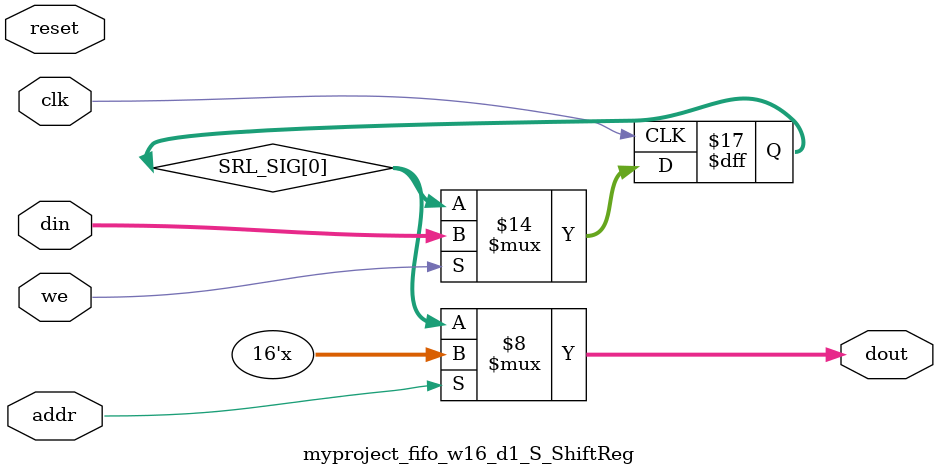
<source format=v>

`timescale 1 ns / 1 ps


module myproject_fifo_w16_d1_S
#(parameter
    MEM_STYLE   = "shiftReg",
    DATA_WIDTH  = 16,
    ADDR_WIDTH  = 1,
    DEPTH       = 1)
(
    // system signal
    input  wire                  clk,
    input  wire                  reset,

    // write
    output wire                  if_full_n,
    input  wire                  if_write_ce,
    input  wire                  if_write,
    input  wire [DATA_WIDTH-1:0] if_din,
    
    // read 
    output wire [ADDR_WIDTH:0]   if_num_data_valid, // for FRP
    output wire [ADDR_WIDTH:0]   if_fifo_cap,       // for FRP
    output wire                  if_empty_n,
    input  wire                  if_read_ce,
    input  wire                  if_read,
    output wire [DATA_WIDTH-1:0] if_dout
);
//------------------------Parameter----------------------

//------------------------Local signal-------------------
    wire [ADDR_WIDTH-1:0]     addr;
    wire                      push;
    wire                      pop;
    reg signed [ADDR_WIDTH:0] mOutPtr;
    reg                       empty_n = 1'b0;
    reg                       full_n  = 1'b1;
    // with almost full?  no 
    // has output register?  no 
//------------------------Instantiation------------------
    myproject_fifo_w16_d1_S_ShiftReg 
    #(  .DATA_WIDTH (DATA_WIDTH),
        .ADDR_WIDTH (ADDR_WIDTH),
        .DEPTH      (DEPTH))
    U_myproject_fifo_w16_d1_S_ShiftReg (
        .clk        (clk),
        .reset      (reset),
        .we         (push),
        .addr       (addr),
        .din        (if_din),
        .dout       (if_dout)
    );
//------------------------Task and function--------------

//------------------------Body---------------------------
    // has num_data_valid ? 
    assign if_num_data_valid = mOutPtr + 1'b1; // yes
    assign if_fifo_cap = DEPTH; // yes  

    // has almost full ? 
    assign if_full_n  = full_n; //no 
    assign push       = full_n & if_write_ce & if_write;

    // has output register? 
    assign if_empty_n = empty_n;  // no
    assign pop        = empty_n & if_read_ce & if_read; // no 

    assign addr       = mOutPtr[ADDR_WIDTH] == 1'b0 ? mOutPtr[ADDR_WIDTH-1:0] : {ADDR_WIDTH{1'b0}};

    // mOutPtr
    always @(posedge clk) begin
        if (reset == 1'b1)
            mOutPtr <= {ADDR_WIDTH+1{1'b1}};
        else if (push & ~pop)
            mOutPtr <= mOutPtr + 1'b1;
        else if (~push & pop)
            mOutPtr <= mOutPtr - 1'b1;
    end

    // full_n
    always @(posedge clk) begin
        if (reset == 1'b1)
            full_n <= 1'b1;
        else if (push & ~pop) begin
            if (mOutPtr == DEPTH - 2)
                full_n <= 1'b0;
        end
        else if (~push & pop)
            full_n <= 1'b1;
    end

    // almost_full_n 

    // empty_n
    always @(posedge clk) begin
        if (reset == 1'b1)
            empty_n <= 1'b0;
        else if (push & ~pop)
            empty_n <= 1'b1;
        else if (~push & pop) begin
            if (mOutPtr == 0)
                empty_n <= 1'b0;
        end
    end
 
    // num_data_valid 

    // dout_vld 

endmodule  


module myproject_fifo_w16_d1_S_ShiftReg
#(parameter
    DATA_WIDTH  = 16,
    ADDR_WIDTH  = 1,
    DEPTH       = 1)
(
    input  wire                  clk,
    input  wire                  reset,
    input  wire                  we,
    input  wire [ADDR_WIDTH-1:0] addr,
    input  wire [DATA_WIDTH-1:0] din,
    //output register? 
    output wire [DATA_WIDTH-1:0] dout // no 
);

    reg [DATA_WIDTH-1:0] SRL_SIG [0:DEPTH-1];
    integer i;

    always @ (posedge clk) begin
        if (we) begin
            for (i=0; i<DEPTH-1; i=i+1)
                SRL_SIG[i+1] <= SRL_SIG[i];
            SRL_SIG[0] <= din;
        end
    end

    //read from SRL, output register? 
    assign dout = SRL_SIG[addr];// no 

endmodule

</source>
